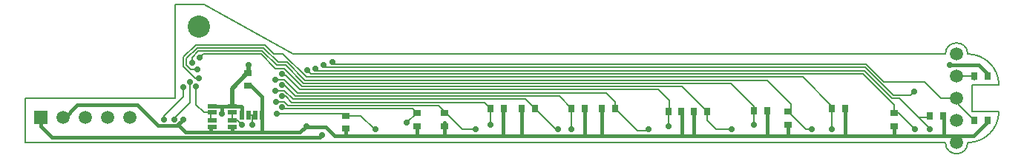
<source format=gbl>
%FSLAX23Y23*%
%MOIN*%
G70*
G01*
G75*
G04 Layer_Physical_Order=2*
G04 Layer_Color=16711680*
%ADD10R,0.028X0.035*%
%ADD11R,0.063X0.016*%
%ADD12R,0.014X0.063*%
%ADD13O,0.055X0.018*%
%ADD14R,0.035X0.031*%
%ADD15C,0.015*%
%ADD16C,0.020*%
%ADD17C,0.007*%
%ADD18C,0.005*%
%ADD19C,0.059*%
%ADD20C,0.100*%
%ADD21R,0.059X0.059*%
%ADD22C,0.029*%
%ADD23R,0.039X0.020*%
%ADD24R,0.020X0.039*%
%ADD25R,0.035X0.028*%
D10*
X5490Y3900D02*
D03*
X5550D02*
D03*
X5490Y4100D02*
D03*
X5550D02*
D03*
X3455Y3955D02*
D03*
X3515D02*
D03*
X3740Y3955D02*
D03*
X3680D02*
D03*
X3375D02*
D03*
X3315D02*
D03*
X4909Y3954D02*
D03*
X4850D02*
D03*
X4230Y3940D02*
D03*
X4290D02*
D03*
X3815Y3955D02*
D03*
X3875D02*
D03*
X4174Y3940D02*
D03*
X4115D02*
D03*
X5350Y3920D02*
D03*
X5290D02*
D03*
X4560Y3945D02*
D03*
X4500D02*
D03*
D14*
X2225Y4057D02*
D03*
Y4113D02*
D03*
D15*
X2110Y3964D02*
X2155D01*
X2065D02*
X2110D01*
X2060D02*
X2065D01*
X2289Y3925D02*
Y4006D01*
X2238Y4057D02*
X2289Y4006D01*
X2225Y4057D02*
X2238D01*
X2110Y3930D02*
Y3964D01*
X2155D02*
X2196D01*
X2201Y3959D01*
Y3925D02*
Y3959D01*
X2060Y3846D02*
X2155D01*
X1945D02*
X2060D01*
Y3871D01*
X2155Y3846D02*
X2285D01*
X2155D02*
Y3871D01*
X2289Y3850D02*
Y3925D01*
X2285Y3846D02*
X2289Y3850D01*
X2285Y3846D02*
X2461D01*
X1345Y3825D02*
X2549D01*
X1916Y3876D02*
X1945Y3846D01*
X1907Y3876D02*
X1916D01*
X1907D02*
X1935Y3904D01*
X1824Y3876D02*
X1907D01*
X1730Y3970D02*
X1824Y3876D01*
X1935Y3904D02*
Y3905D01*
X1460Y3970D02*
X1730D01*
X1295Y3875D02*
Y3915D01*
X1395Y3905D02*
X1460Y3970D01*
X4560Y3829D02*
X4654D01*
X3865D02*
X4560D01*
X4560Y3830D02*
X4560Y3829D01*
X4560Y3830D02*
Y3945D01*
X2461Y3846D02*
X2490Y3875D01*
X2549Y3825D02*
X2560Y3835D01*
X1295Y3875D02*
X1345Y3825D01*
X2575Y3870D02*
X2616Y3829D01*
X2495Y3870D02*
X2575D01*
X2616Y3829D02*
X2665D01*
Y3863D01*
Y3829D02*
X3110D01*
Y3890D01*
X2985Y3829D02*
Y3875D01*
X3455Y3829D02*
X3740D01*
X2879D02*
X3455D01*
X3455Y3830D01*
Y3955D01*
X3740Y3829D02*
X3779D01*
X3740Y3830D02*
X3740Y3829D01*
X3740Y3830D02*
Y3955D01*
X3810Y3829D02*
X3865D01*
X3779D02*
X3810D01*
X3815Y3835D01*
Y3955D01*
X3865Y3830D02*
X3865Y3829D01*
X4175Y3830D02*
Y3940D01*
X4230Y3829D02*
Y3940D01*
X5550Y3895D02*
Y3910D01*
X5485Y3830D02*
X5550Y3895D01*
X5420Y3830D02*
X5485D01*
X5550Y4100D02*
Y4110D01*
X5510Y4150D02*
X5550Y4110D01*
X5380Y4150D02*
X5510D01*
X5130Y3830D02*
X5420D01*
X4909D02*
X5130D01*
X5130Y3875D02*
X5130Y3875D01*
Y3830D02*
Y3875D01*
X5420Y3800D02*
Y3830D01*
X5354Y3834D02*
Y3919D01*
X4654Y3829D02*
X4909D01*
X4909Y3830D02*
Y3954D01*
X4654Y3829D02*
X4654Y3829D01*
X4654Y3829D02*
Y3870D01*
X3374Y3830D02*
Y3955D01*
D16*
X2155Y3964D02*
Y4045D01*
X2223Y4113D01*
X2225D01*
X2230Y4118D02*
Y4150D01*
X2225Y4113D02*
X2230Y4118D01*
D17*
X2291Y4214D02*
X2356Y4149D01*
X2004Y4214D02*
X2291D01*
X1975Y4185D02*
X2004Y4214D01*
X2297Y4228D02*
X2362Y4163D01*
X1998Y4228D02*
X2297D01*
X1950Y4180D02*
X1998Y4228D01*
X2302Y4242D02*
X2342Y4202D01*
X1992Y4242D02*
X2302D01*
X1936Y4186D02*
X1992Y4242D01*
X2285Y4200D02*
X2350Y4135D01*
X2025Y4200D02*
X2285D01*
X2010Y4185D02*
X2025Y4200D01*
X2350Y4135D02*
X2390D01*
X2356Y4149D02*
X2396D01*
X2362Y4163D02*
X2402D01*
X2342Y4202D02*
X2383D01*
X2489Y4096D01*
X2529Y4135D02*
X2539Y4125D01*
X2565Y4150D02*
X2575Y4140D01*
X2605Y4165D02*
X2615Y4155D01*
X2510Y4110D02*
X4990D01*
X2489Y4096D02*
X4719D01*
X2483Y4082D02*
X4558D01*
X2477Y4068D02*
X4397D01*
X2471Y4054D02*
X4176D01*
X2460Y4040D02*
X4070D01*
X2450Y4025D02*
X3630D01*
X2440Y4010D02*
X3625D01*
X2430Y3996D02*
X3474D01*
X2424Y3982D02*
X3288D01*
X2407Y3968D02*
X3082D01*
X2387Y3953D02*
X2966D01*
X2355Y3930D02*
X2657D01*
X2493Y4127D02*
Y4127D01*
X2402Y4163D02*
X2483Y4082D01*
X2396Y4149D02*
X2477Y4068D01*
X2390Y4135D02*
X2471Y4054D01*
X2395Y4105D02*
X2460Y4040D01*
X2390Y4085D02*
X2450Y4025D01*
X2380Y4060D02*
X2390D01*
X2350Y4080D02*
Y4085D01*
Y4035D02*
X2391D01*
X2354Y3985D02*
X2354Y3985D01*
X2380Y4010D02*
X2396D01*
X2390Y3985D02*
X2407Y3968D01*
X2354Y3985D02*
X2390D01*
X2385Y4105D02*
X2395D01*
X2355Y4085D02*
X2390D01*
X2391Y4035D02*
X2430Y3996D01*
X2380Y3960D02*
X2387Y3953D01*
X2493Y4127D02*
X2510Y4110D01*
X2539Y4125D02*
X4995D01*
X2575Y4140D02*
X5000D01*
X4995Y4125D02*
X5120Y4000D01*
X2966Y3953D02*
X2985Y3935D01*
X3082Y3968D02*
X3189Y3861D01*
X3288Y3982D02*
X3315Y3955D01*
X2396Y4010D02*
X2424Y3982D01*
X3474Y3996D02*
X3515Y3955D01*
X3625Y4010D02*
X3680Y3955D01*
X2390Y4060D02*
X2440Y4010D01*
X3630Y4025D02*
X3632Y4023D01*
X3837D01*
X3875Y3985D01*
X4070Y4040D02*
X4118Y3992D01*
Y3943D02*
Y3992D01*
X4176Y4054D02*
X4290Y3940D01*
X4397Y4068D02*
X4500Y3965D01*
X4558Y4082D02*
X4665Y3975D01*
Y3945D02*
Y3975D01*
X4719Y4096D02*
X4850Y3965D01*
X4990Y4110D02*
X5130Y3970D01*
X1990Y4090D02*
X2005D01*
X1975Y4105D02*
X1990Y4090D01*
X1975Y4105D02*
X1975D01*
X1936Y4144D02*
X1975Y4105D01*
X1936Y4144D02*
Y4186D01*
X1970Y4130D02*
X2000D01*
X1950Y4150D02*
X1970Y4130D01*
X1950Y4150D02*
Y4180D01*
X1975Y4160D02*
Y4185D01*
X2380Y4110D02*
X2385Y4105D01*
X2380Y4110D02*
X2385D01*
X2350Y4080D02*
X2355Y4085D01*
X2657Y3930D02*
X2665Y3922D01*
X2029Y3936D02*
X2060D01*
X1994Y3971D02*
X2029Y3936D01*
X1994Y3971D02*
Y4053D01*
X1965Y3980D02*
Y4075D01*
X1895Y3910D02*
X1965Y3980D01*
X1935Y4006D02*
Y4050D01*
X2060Y3899D02*
Y3936D01*
X2155Y3904D02*
X2158Y3901D01*
X2179D01*
X2200Y3880D01*
X2155Y3904D02*
Y3941D01*
X2245Y3925D02*
X2261D01*
X2229D02*
X2245D01*
Y3880D02*
Y3925D01*
X1850Y3921D02*
X1935Y4006D01*
X1850Y3905D02*
Y3921D01*
X1895Y3905D02*
Y3910D01*
X2795Y3860D02*
X2800D01*
X2733Y3922D02*
X2795Y3860D01*
X2665Y3922D02*
X2733D01*
X2615Y4155D02*
X5004D01*
X5000Y4140D02*
X5126Y4014D01*
X5004Y4155D02*
X5084Y4075D01*
X2940Y3890D02*
X2985Y3935D01*
X3189Y3861D02*
X3251D01*
X3315Y3955D02*
X3315Y3955D01*
X3315Y3880D02*
Y3955D01*
X3680Y3860D02*
X3680Y3860D01*
Y3955D01*
X3615Y3855D02*
X3620Y3860D01*
X3615Y3855D02*
X3615D01*
X3515Y3955D02*
X3615Y3855D01*
X4020D02*
X4025Y3860D01*
X3975Y3855D02*
X4020D01*
X3875Y3955D02*
X3975Y3855D01*
X3875Y3955D02*
Y3985D01*
X4115Y3875D02*
Y3940D01*
X4118Y3943D01*
X4290Y3900D02*
X4330Y3860D01*
X4290Y3900D02*
Y3940D01*
X4330Y3860D02*
X4400D01*
X4850Y3954D02*
Y3965D01*
X4500Y3880D02*
Y3945D01*
Y3965D01*
X4850Y3860D02*
X4850Y3860D01*
X4850Y3860D02*
Y3954D01*
X4733Y3860D02*
X4760D01*
X4654Y3939D02*
X4733Y3860D01*
X5483Y3907D02*
X5490Y3915D01*
X5420Y3970D02*
X5483Y3907D01*
X5475Y4100D02*
X5490Y4085D01*
X5420Y4100D02*
X5475D01*
X5202Y4014D02*
X5219Y4031D01*
X5126Y4014D02*
X5202D01*
X5265Y4075D02*
X5340Y4000D01*
X5084Y4075D02*
X5265D01*
X5420Y3970D02*
Y4000D01*
X5149Y3935D02*
X5224Y3859D01*
X5130Y3935D02*
X5149D01*
X5340Y4000D02*
X5420D01*
X5130Y3935D02*
Y3970D01*
X5120Y4000D02*
X5154D01*
X5239Y3914D01*
X5289Y3864D01*
X5290Y3914D02*
X5295Y3919D01*
X5239Y3914D02*
X5290D01*
X5289Y3859D02*
Y3864D01*
D18*
X5460Y4200D02*
G03*
X5360Y4200I-50J0D01*
G01*
X5600Y4060D02*
G03*
X5460Y4200I-140J0D01*
G01*
X5360Y3800D02*
G03*
X5460Y3800I50J0D01*
G01*
D02*
G03*
X5600Y3940I0J140D01*
G01*
X1900Y4000D02*
Y4425D01*
X2430Y4200D02*
X5360D01*
X5480Y4060D02*
X5600D01*
X1225Y4000D02*
X1900D01*
X2030Y4425D02*
X2430Y4200D01*
X5480Y3940D02*
X5600D01*
X1225Y3800D02*
Y4000D01*
X1900Y4425D02*
X2030D01*
X5480Y3940D02*
Y4060D01*
X1225Y3800D02*
X5360D01*
D19*
X5410Y4200D02*
D03*
Y4100D02*
D03*
Y4000D02*
D03*
Y3900D02*
D03*
Y3800D02*
D03*
X1395Y3915D02*
D03*
X1495D02*
D03*
X1595D02*
D03*
X1695D02*
D03*
D20*
X2005Y4325D02*
D03*
D21*
X1295Y3915D02*
D03*
D22*
X2230Y4150D02*
D03*
X2529Y4135D02*
D03*
X2565Y4150D02*
D03*
X2605Y4165D02*
D03*
X2493Y4127D02*
D03*
X2380Y4060D02*
D03*
X2350Y4085D02*
D03*
Y4035D02*
D03*
X2354Y3985D02*
D03*
X2380Y4010D02*
D03*
Y3960D02*
D03*
X2355Y3930D02*
D03*
X2005Y4090D02*
D03*
X2000Y4130D02*
D03*
X1975Y4160D02*
D03*
X2010Y4185D02*
D03*
X2380Y4110D02*
D03*
X2110Y3930D02*
D03*
X1994Y4053D02*
D03*
X1965Y4075D02*
D03*
X1935Y4050D02*
D03*
X2200Y3880D02*
D03*
X2245D02*
D03*
X1935Y3905D02*
D03*
X1850D02*
D03*
X1895D02*
D03*
X2800Y3860D02*
D03*
X2560Y3835D02*
D03*
X2490Y3875D02*
D03*
X2940Y3890D02*
D03*
X3251Y3861D02*
D03*
X3315Y3880D02*
D03*
X3680Y3860D02*
D03*
X3620D02*
D03*
X4025D02*
D03*
X4115Y3875D02*
D03*
X4500Y3880D02*
D03*
X4400Y3860D02*
D03*
X4850D02*
D03*
X5380Y4150D02*
D03*
X5219Y4031D02*
D03*
X4760Y3860D02*
D03*
X5289Y3859D02*
D03*
X5224D02*
D03*
D23*
X2065Y3964D02*
D03*
Y3936D02*
D03*
Y3871D02*
D03*
Y3899D02*
D03*
X2155Y3964D02*
D03*
Y3936D02*
D03*
Y3871D02*
D03*
Y3899D02*
D03*
D24*
X2201Y3925D02*
D03*
X2229D02*
D03*
X2289D02*
D03*
X2261D02*
D03*
D25*
X3110Y3875D02*
D03*
Y3935D02*
D03*
X2665Y3863D02*
D03*
Y3922D02*
D03*
X4654Y3880D02*
D03*
Y3939D02*
D03*
X5130Y3875D02*
D03*
Y3935D02*
D03*
X2985Y3875D02*
D03*
Y3935D02*
D03*
M02*

</source>
